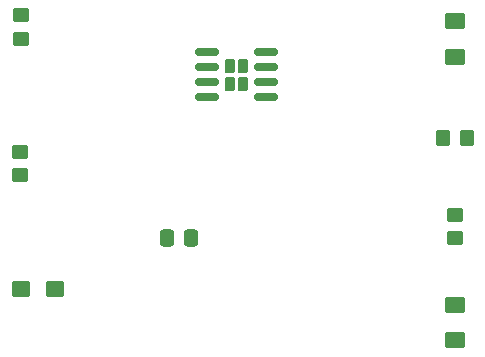
<source format=gbr>
%TF.GenerationSoftware,KiCad,Pcbnew,(6.0.10)*%
%TF.CreationDate,2023-02-17T09:15:48-08:00*%
%TF.ProjectId,Exercise II,45786572-6369-4736-9520-49492e6b6963,rev?*%
%TF.SameCoordinates,Original*%
%TF.FileFunction,Paste,Top*%
%TF.FilePolarity,Positive*%
%FSLAX46Y46*%
G04 Gerber Fmt 4.6, Leading zero omitted, Abs format (unit mm)*
G04 Created by KiCad (PCBNEW (6.0.10)) date 2023-02-17 09:15:48*
%MOMM*%
%LPD*%
G01*
G04 APERTURE LIST*
G04 Aperture macros list*
%AMRoundRect*
0 Rectangle with rounded corners*
0 $1 Rounding radius*
0 $2 $3 $4 $5 $6 $7 $8 $9 X,Y pos of 4 corners*
0 Add a 4 corners polygon primitive as box body*
4,1,4,$2,$3,$4,$5,$6,$7,$8,$9,$2,$3,0*
0 Add four circle primitives for the rounded corners*
1,1,$1+$1,$2,$3*
1,1,$1+$1,$4,$5*
1,1,$1+$1,$6,$7*
1,1,$1+$1,$8,$9*
0 Add four rect primitives between the rounded corners*
20,1,$1+$1,$2,$3,$4,$5,0*
20,1,$1+$1,$4,$5,$6,$7,0*
20,1,$1+$1,$6,$7,$8,$9,0*
20,1,$1+$1,$8,$9,$2,$3,0*%
G04 Aperture macros list end*
%ADD10RoundRect,0.250001X0.624999X-0.462499X0.624999X0.462499X-0.624999X0.462499X-0.624999X-0.462499X0*%
%ADD11RoundRect,0.250000X-0.450000X0.350000X-0.450000X-0.350000X0.450000X-0.350000X0.450000X0.350000X0*%
%ADD12RoundRect,0.230000X-0.230000X-0.375000X0.230000X-0.375000X0.230000X0.375000X-0.230000X0.375000X0*%
%ADD13RoundRect,0.150000X-0.825000X-0.150000X0.825000X-0.150000X0.825000X0.150000X-0.825000X0.150000X0*%
%ADD14RoundRect,0.250000X0.350000X0.450000X-0.350000X0.450000X-0.350000X-0.450000X0.350000X-0.450000X0*%
%ADD15RoundRect,0.250000X0.337500X0.475000X-0.337500X0.475000X-0.337500X-0.475000X0.337500X-0.475000X0*%
%ADD16RoundRect,0.250000X-0.537500X-0.425000X0.537500X-0.425000X0.537500X0.425000X-0.537500X0.425000X0*%
%ADD17RoundRect,0.250000X0.450000X-0.350000X0.450000X0.350000X-0.450000X0.350000X-0.450000X-0.350000X0*%
G04 APERTURE END LIST*
D10*
%TO.C,D2*%
X152654000Y-107786500D03*
X152654000Y-104811500D03*
%TD*%
D11*
%TO.C,R4*%
X152654000Y-97171000D03*
X152654000Y-99171000D03*
%TD*%
D12*
%TO.C,U1*%
X134744000Y-84582000D03*
X133604000Y-84582000D03*
X133604000Y-86082000D03*
X134744000Y-86082000D03*
D13*
X131699000Y-83427000D03*
X131699000Y-84697000D03*
X131699000Y-85967000D03*
X131699000Y-87237000D03*
X136649000Y-87237000D03*
X136649000Y-85967000D03*
X136649000Y-84697000D03*
X136649000Y-83427000D03*
%TD*%
D10*
%TO.C,D1*%
X152654000Y-83783500D03*
X152654000Y-80808500D03*
%TD*%
D14*
%TO.C,R3*%
X153654000Y-90678000D03*
X151654000Y-90678000D03*
%TD*%
D15*
%TO.C,C2*%
X130323500Y-99187000D03*
X128248500Y-99187000D03*
%TD*%
D16*
%TO.C,C1*%
X115910500Y-103505000D03*
X118785500Y-103505000D03*
%TD*%
D17*
%TO.C,R1*%
X115951000Y-82280000D03*
X115951000Y-80280000D03*
%TD*%
%TO.C,R2*%
X115824000Y-93837000D03*
X115824000Y-91837000D03*
%TD*%
M02*

</source>
